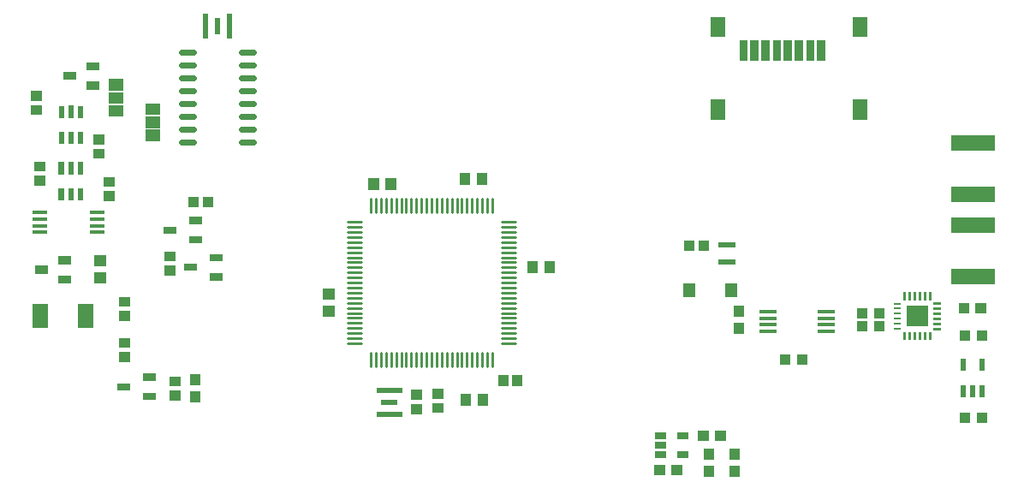
<source format=gbp>
G04 Layer: BottomPasteMaskLayer*
G04 EasyEDA v6.1.34, Wed, 08 May 2019 08:14:30 GMT*
G04 27d5e13cb4324ff6b1947c28adf9976f,88f35c52922c4fbc8d6ac25f651a04fd,10*
G04 Gerber Generator version 0.2*
G04 Scale: 100 percent, Rotated: No, Reflected: No *
G04 Dimensions in millimeters *
G04 leading zeros omitted , absolute positions ,3 integer and 3 decimal *
%FSLAX33Y33*%
%MOMM*%
G90*
G71D02*

%ADD14C,0.599999*%
%ADD29R,1.099820X1.000760*%
%ADD42R,0.999998X1.099998*%
%ADD59C,0.280010*%
%ADD62R,1.600200X2.400300*%
%ADD65R,0.563880X1.211580*%
%ADD68R,1.803400X0.406400*%
%ADD69R,1.799996X0.499999*%
%ADD70R,1.270000X1.470660*%
%ADD74R,1.099820X1.198880*%
%ADD78R,0.789940X0.259080*%
%ADD80R,0.551180X1.198880*%

%LPD*%
G54D14*
G01X25034Y47980D02*
G01X23834Y47980D01*
G01X25034Y46710D02*
G01X23834Y46710D01*
G01X25034Y45440D02*
G01X23834Y45440D01*
G01X25034Y44170D02*
G01X23834Y44170D01*
G01X25034Y42900D02*
G01X23834Y42900D01*
G01X25034Y41630D02*
G01X23834Y41630D01*
G01X25034Y40360D02*
G01X23834Y40360D01*
G01X25034Y39090D02*
G01X23834Y39090D01*
G01X19091Y47980D02*
G01X17891Y47980D01*
G01X19091Y46710D02*
G01X17891Y46710D01*
G01X19091Y45440D02*
G01X17891Y45440D01*
G01X19091Y44170D02*
G01X17891Y44170D01*
G01X19091Y42900D02*
G01X17891Y42900D01*
G01X19091Y41630D02*
G01X17891Y41630D01*
G01X19091Y40360D02*
G01X17891Y40360D01*
G01X19091Y39090D02*
G01X17891Y39090D01*
G54D59*
G01X48641Y33450D02*
G01X48641Y32081D01*
G01X48141Y33450D02*
G01X48141Y32081D01*
G01X47641Y33450D02*
G01X47641Y32081D01*
G01X47141Y33450D02*
G01X47141Y32081D01*
G01X46641Y33450D02*
G01X46641Y32081D01*
G01X46141Y33450D02*
G01X46141Y32081D01*
G01X45641Y33450D02*
G01X45641Y32081D01*
G01X45141Y33450D02*
G01X45141Y32081D01*
G01X44641Y33450D02*
G01X44641Y32081D01*
G01X44140Y33450D02*
G01X44140Y32081D01*
G01X43641Y33450D02*
G01X43641Y32081D01*
G01X43140Y33450D02*
G01X43140Y32081D01*
G01X42641Y33450D02*
G01X42641Y32081D01*
G01X42140Y33450D02*
G01X42140Y32081D01*
G01X41641Y33450D02*
G01X41641Y32081D01*
G01X41140Y33450D02*
G01X41140Y32081D01*
G01X40641Y33450D02*
G01X40641Y32081D01*
G01X40140Y33450D02*
G01X40140Y32081D01*
G01X39641Y33450D02*
G01X39641Y32081D01*
G01X39140Y33450D02*
G01X39140Y32081D01*
G01X38641Y33450D02*
G01X38641Y32081D01*
G01X38140Y33450D02*
G01X38140Y32081D01*
G01X37641Y33450D02*
G01X37641Y32081D01*
G01X37140Y33450D02*
G01X37140Y32081D01*
G01X36641Y33450D02*
G01X36641Y32081D01*
G01X34356Y31166D02*
G01X35726Y31166D01*
G01X34356Y30666D02*
G01X35726Y30666D01*
G01X34356Y30166D02*
G01X35726Y30166D01*
G01X34356Y29666D02*
G01X35726Y29666D01*
G01X34356Y29166D02*
G01X35726Y29166D01*
G01X34356Y28666D02*
G01X35726Y28666D01*
G01X34356Y28166D02*
G01X35726Y28166D01*
G01X34356Y27666D02*
G01X35726Y27666D01*
G01X34356Y27166D02*
G01X35726Y27166D01*
G01X34356Y26666D02*
G01X35726Y26666D01*
G01X34356Y26166D02*
G01X35726Y26166D01*
G01X34356Y25665D02*
G01X35726Y25665D01*
G01X34356Y25166D02*
G01X35726Y25166D01*
G01X34356Y24665D02*
G01X35726Y24665D01*
G01X34356Y24166D02*
G01X35726Y24166D01*
G01X34356Y23665D02*
G01X35726Y23665D01*
G01X34356Y23166D02*
G01X35726Y23166D01*
G01X34356Y22665D02*
G01X35726Y22665D01*
G01X34356Y22166D02*
G01X35726Y22166D01*
G01X34356Y21665D02*
G01X35726Y21665D01*
G01X34356Y21166D02*
G01X35726Y21166D01*
G01X34356Y20665D02*
G01X35726Y20665D01*
G01X34356Y20166D02*
G01X35726Y20166D01*
G01X34356Y19665D02*
G01X35726Y19665D01*
G01X34356Y19166D02*
G01X35726Y19166D01*
G01X36641Y18251D02*
G01X36641Y16881D01*
G01X37140Y18251D02*
G01X37140Y16881D01*
G01X37641Y18251D02*
G01X37641Y16881D01*
G01X38140Y18251D02*
G01X38140Y16881D01*
G01X38641Y18251D02*
G01X38641Y16881D01*
G01X39140Y18251D02*
G01X39140Y16881D01*
G01X39641Y18251D02*
G01X39641Y16881D01*
G01X40140Y18251D02*
G01X40140Y16881D01*
G01X40641Y18251D02*
G01X40641Y16881D01*
G01X41140Y18251D02*
G01X41140Y16881D01*
G01X41641Y18251D02*
G01X41641Y16881D01*
G01X42140Y18251D02*
G01X42140Y16881D01*
G01X42641Y18251D02*
G01X42641Y16881D01*
G01X43140Y18251D02*
G01X43140Y16881D01*
G01X43641Y18251D02*
G01X43641Y16881D01*
G01X44140Y18251D02*
G01X44140Y16881D01*
G01X44641Y18251D02*
G01X44641Y16881D01*
G01X45141Y18251D02*
G01X45141Y16881D01*
G01X45641Y18251D02*
G01X45641Y16881D01*
G01X46141Y18251D02*
G01X46141Y16881D01*
G01X46641Y18251D02*
G01X46641Y16881D01*
G01X47141Y18251D02*
G01X47141Y16881D01*
G01X47641Y18251D02*
G01X47641Y16881D01*
G01X48141Y18251D02*
G01X48141Y16881D01*
G01X48641Y18251D02*
G01X48641Y16881D01*
G01X49555Y19166D02*
G01X50925Y19166D01*
G01X49555Y19665D02*
G01X50925Y19665D01*
G01X49555Y20166D02*
G01X50925Y20166D01*
G01X49555Y20665D02*
G01X50925Y20665D01*
G01X49555Y21166D02*
G01X50925Y21166D01*
G01X49555Y21665D02*
G01X50925Y21665D01*
G01X49555Y22166D02*
G01X50925Y22166D01*
G01X49555Y22665D02*
G01X50925Y22665D01*
G01X49555Y23166D02*
G01X50925Y23166D01*
G01X49555Y23665D02*
G01X50925Y23665D01*
G01X49555Y24166D02*
G01X50925Y24166D01*
G01X49555Y24665D02*
G01X50925Y24665D01*
G01X49555Y25166D02*
G01X50925Y25166D01*
G01X49555Y25665D02*
G01X50925Y25665D01*
G01X49555Y26166D02*
G01X50925Y26166D01*
G01X49555Y26666D02*
G01X50925Y26666D01*
G01X49555Y27166D02*
G01X50925Y27166D01*
G01X49555Y27666D02*
G01X50925Y27666D01*
G01X49555Y28166D02*
G01X50925Y28166D01*
G01X49555Y28666D02*
G01X50925Y28666D01*
G01X49555Y29166D02*
G01X50925Y29166D01*
G01X49555Y29666D02*
G01X50925Y29666D01*
G01X49555Y30166D02*
G01X50925Y30166D01*
G01X49555Y30666D02*
G01X50925Y30666D01*
G01X49555Y31166D02*
G01X50925Y31166D01*
G36*
G01X22910Y49296D02*
G01X22910Y51795D01*
G01X22412Y51795D01*
G01X22412Y49296D01*
G01X22910Y49296D01*
G37*
G36*
G01X21711Y49745D02*
G01X21711Y51346D01*
G01X21214Y51346D01*
G01X21214Y49745D01*
G01X21711Y49745D01*
G37*
G36*
G01X20513Y49296D02*
G01X20513Y51795D01*
G01X20015Y51795D01*
G01X20015Y49296D01*
G01X20513Y49296D01*
G37*
G54D62*
G01X8473Y21842D03*
G01X3972Y21842D03*
G36*
G01X9779Y45044D02*
G01X8509Y45044D01*
G01X8509Y44236D01*
G01X9779Y44236D01*
G01X9779Y45044D01*
G37*
G36*
G01X7493Y46009D02*
G01X6223Y46009D01*
G01X6223Y45201D01*
G01X7493Y45201D01*
G01X7493Y46009D01*
G37*
G36*
G01X9779Y46949D02*
G01X8509Y46949D01*
G01X8509Y46141D01*
G01X9779Y46141D01*
G01X9779Y46949D01*
G37*
G36*
G01X6985Y25867D02*
G01X5715Y25867D01*
G01X5715Y25059D01*
G01X6985Y25059D01*
G01X6985Y25867D01*
G37*
G36*
G01X4699Y26832D02*
G01X3429Y26832D01*
G01X3429Y26024D01*
G01X4699Y26024D01*
G01X4699Y26832D01*
G37*
G36*
G01X6985Y27772D02*
G01X5715Y27772D01*
G01X5715Y26964D01*
G01X6985Y26964D01*
G01X6985Y27772D01*
G37*
G36*
G01X3180Y30314D02*
G01X3180Y29964D01*
G01X4630Y29964D01*
G01X4630Y30314D01*
G01X3180Y30314D01*
G37*
G36*
G01X3180Y30965D02*
G01X3180Y30614D01*
G01X4630Y30614D01*
G01X4630Y30965D01*
G01X3180Y30965D01*
G37*
G36*
G01X3180Y31615D02*
G01X3180Y31264D01*
G01X4630Y31264D01*
G01X4630Y31615D01*
G01X3180Y31615D01*
G37*
G36*
G01X3180Y32265D02*
G01X3180Y31915D01*
G01X4630Y31915D01*
G01X4630Y32265D01*
G01X3180Y32265D01*
G37*
G36*
G01X8831Y32265D02*
G01X8831Y31915D01*
G01X10281Y31915D01*
G01X10281Y32265D01*
G01X8831Y32265D01*
G37*
G36*
G01X8831Y31615D02*
G01X8831Y31264D01*
G01X10281Y31264D01*
G01X10281Y31615D01*
G01X8831Y31615D01*
G37*
G36*
G01X8831Y30965D02*
G01X8831Y30614D01*
G01X10281Y30614D01*
G01X10281Y30965D01*
G01X8831Y30965D01*
G37*
G36*
G01X8831Y30314D02*
G01X8831Y29964D01*
G01X10281Y29964D01*
G01X10281Y30314D01*
G01X8831Y30314D01*
G37*
G36*
G01X5763Y35869D02*
G01X6327Y35869D01*
G01X6327Y37081D01*
G01X5763Y37081D01*
G01X5763Y35869D01*
G37*
G36*
G01X6703Y35869D02*
G01X7266Y35869D01*
G01X7266Y37081D01*
G01X6703Y37081D01*
G01X6703Y35869D01*
G37*
G36*
G01X7642Y35869D02*
G01X8206Y35869D01*
G01X8206Y37081D01*
G01X7642Y37081D01*
G01X7642Y35869D01*
G37*
G36*
G01X7642Y33279D02*
G01X8206Y33279D01*
G01X8206Y34490D01*
G01X7642Y34490D01*
G01X7642Y33279D01*
G37*
G36*
G01X5763Y33279D02*
G01X6327Y33279D01*
G01X6327Y34490D01*
G01X5763Y34490D01*
G01X5763Y33279D01*
G37*
G54D65*
G01X6985Y33884D03*
G36*
G01X10505Y25105D02*
G01X10505Y26205D01*
G01X9306Y26205D01*
G01X9306Y25105D01*
G01X10505Y25105D01*
G37*
G36*
G01X10505Y26804D02*
G01X10505Y27904D01*
G01X9306Y27904D01*
G01X9306Y26804D01*
G01X10505Y26804D01*
G37*
G36*
G01X10243Y35615D02*
G01X10243Y34617D01*
G01X11346Y34617D01*
G01X11346Y35615D01*
G01X10243Y35615D01*
G37*
G36*
G01X10243Y34216D02*
G01X10243Y33218D01*
G01X11346Y33218D01*
G01X11346Y34216D01*
G01X10243Y34216D01*
G37*
G36*
G01X3385Y37139D02*
G01X3385Y36141D01*
G01X4488Y36141D01*
G01X4488Y37139D01*
G01X3385Y37139D01*
G37*
G36*
G01X3385Y35740D02*
G01X3385Y34742D01*
G01X4488Y34742D01*
G01X4488Y35740D01*
G01X3385Y35740D01*
G37*
G01X7924Y39470D03*
G01X6985Y39470D03*
G01X6045Y39470D03*
G01X6045Y42061D03*
G01X7924Y42061D03*
G36*
G01X6703Y41455D02*
G01X7266Y41455D01*
G01X7266Y42666D01*
G01X6703Y42666D01*
G01X6703Y41455D01*
G37*
G36*
G01X3004Y44124D02*
G01X3004Y43126D01*
G01X4107Y43126D01*
G01X4107Y44124D01*
G01X3004Y44124D01*
G37*
G36*
G01X3004Y42725D02*
G01X3004Y41727D01*
G01X4107Y41727D01*
G01X4107Y42725D01*
G01X3004Y42725D01*
G37*
G36*
G01X10330Y37409D02*
G01X10330Y38407D01*
G01X9227Y38407D01*
G01X9227Y37409D01*
G01X10330Y37409D01*
G37*
G36*
G01X10330Y38808D02*
G01X10330Y39806D01*
G01X9227Y39806D01*
G01X9227Y38808D01*
G01X10330Y38808D01*
G37*
G36*
G01X15824Y42887D02*
G01X14401Y42887D01*
G01X14401Y41744D01*
G01X15824Y41744D01*
G01X15824Y42887D01*
G37*
G36*
G01X15824Y41592D02*
G01X14401Y41592D01*
G01X14401Y40449D01*
G01X15824Y40449D01*
G01X15824Y41592D01*
G37*
G36*
G01X15824Y40297D02*
G01X14401Y40297D01*
G01X14401Y39154D01*
G01X15824Y39154D01*
G01X15824Y40297D01*
G37*
G36*
G01X12141Y45300D02*
G01X10718Y45300D01*
G01X10718Y44157D01*
G01X12141Y44157D01*
G01X12141Y45300D01*
G37*
G36*
G01X12141Y44005D02*
G01X10718Y44005D01*
G01X10718Y42862D01*
G01X12141Y42862D01*
G01X12141Y44005D01*
G37*
G36*
G01X12141Y42710D02*
G01X10718Y42710D01*
G01X10718Y41567D01*
G01X12141Y41567D01*
G01X12141Y42710D01*
G37*
G54D68*
G01X81711Y22301D03*
G01X81711Y21640D03*
G01X81711Y21005D03*
G01X81711Y20345D03*
G01X75920Y20345D03*
G01X75920Y21005D03*
G01X75920Y21640D03*
G01X75920Y22301D03*
G54D29*
G01X79322Y17526D03*
G01X77646Y17526D03*
G54D69*
G01X71813Y28865D03*
G01X71814Y27166D03*
G54D70*
G01X72263Y24382D03*
G01X68148Y24382D03*
G36*
G01X72524Y22849D02*
G01X72524Y21750D01*
G01X73525Y21750D01*
G01X73525Y22849D01*
G01X72524Y22849D01*
G37*
G36*
G01X72524Y21173D02*
G01X72524Y20073D01*
G01X73525Y20073D01*
G01X73525Y21173D01*
G01X72524Y21173D01*
G37*
G54D42*
G01X69533Y28829D03*
G01X68134Y28829D03*
G36*
G01X81579Y47101D02*
G01X81579Y49110D01*
G01X80779Y49110D01*
G01X80779Y47101D01*
G01X81579Y47101D01*
G37*
G36*
G01X80487Y47101D02*
G01X80487Y49110D01*
G01X79687Y49110D01*
G01X79687Y47101D01*
G01X80487Y47101D01*
G37*
G36*
G01X79369Y47101D02*
G01X79369Y49110D01*
G01X78569Y49110D01*
G01X78569Y47101D01*
G01X79369Y47101D01*
G37*
G36*
G01X78277Y47101D02*
G01X78277Y49110D01*
G01X77477Y49110D01*
G01X77477Y47101D01*
G01X78277Y47101D01*
G37*
G36*
G01X77185Y47101D02*
G01X77185Y49110D01*
G01X76385Y49110D01*
G01X76385Y47101D01*
G01X77185Y47101D01*
G37*
G36*
G01X76067Y47101D02*
G01X76067Y49110D01*
G01X75267Y49110D01*
G01X75267Y47101D01*
G01X76067Y47101D01*
G37*
G36*
G01X74975Y47101D02*
G01X74975Y49110D01*
G01X74175Y49110D01*
G01X74175Y47101D01*
G01X74975Y47101D01*
G37*
G36*
G01X73883Y47101D02*
G01X73883Y49110D01*
G01X73083Y49110D01*
G01X73083Y47101D01*
G01X73883Y47101D01*
G37*
G36*
G01X84264Y49443D02*
G01X85714Y49443D01*
G01X85714Y51442D01*
G01X84264Y51442D01*
G01X84264Y49443D01*
G37*
G36*
G01X70243Y49443D02*
G01X71694Y49443D01*
G01X71694Y51442D01*
G01X70243Y51442D01*
G01X70243Y49443D01*
G37*
G36*
G01X84264Y41264D02*
G01X85714Y41264D01*
G01X85714Y43263D01*
G01X84264Y43263D01*
G01X84264Y41264D01*
G37*
G36*
G01X70243Y41264D02*
G01X71694Y41264D01*
G01X71694Y43263D01*
G01X70243Y43263D01*
G01X70243Y41264D01*
G37*
G36*
G01X64653Y6103D02*
G01X65752Y6103D01*
G01X65752Y7104D01*
G01X64653Y7104D01*
G01X64653Y6103D01*
G37*
G36*
G01X66329Y6103D02*
G01X67429Y6103D01*
G01X67429Y7104D01*
G01X66329Y7104D01*
G01X66329Y6103D01*
G37*
G36*
G01X64747Y7802D02*
G01X65808Y7802D01*
G01X65808Y8453D01*
G01X64747Y8453D01*
G01X64747Y7802D01*
G37*
G36*
G01X64747Y8752D02*
G01X65808Y8752D01*
G01X65808Y9403D01*
G01X64747Y9403D01*
G01X64747Y8752D01*
G37*
G36*
G01X64747Y9702D02*
G01X65808Y9702D01*
G01X65808Y10353D01*
G01X64747Y10353D01*
G01X64747Y9702D01*
G37*
G36*
G01X66946Y9702D02*
G01X68008Y9702D01*
G01X68008Y10353D01*
G01X66946Y10353D01*
G01X66946Y9702D01*
G37*
G36*
G01X66946Y7802D02*
G01X68008Y7802D01*
G01X68008Y8453D01*
G01X66946Y8453D01*
G01X66946Y7802D01*
G37*
G36*
G01X68971Y9532D02*
G01X70070Y9532D01*
G01X70070Y10533D01*
G01X68971Y10533D01*
G01X68971Y9532D01*
G37*
G36*
G01X70647Y9532D02*
G01X71747Y9532D01*
G01X71747Y10533D01*
G01X70647Y10533D01*
G01X70647Y9532D01*
G37*
G36*
G01X69603Y8752D02*
G01X69603Y7653D01*
G01X70604Y7653D01*
G01X70604Y8752D01*
G01X69603Y8752D01*
G37*
G36*
G01X69603Y7076D02*
G01X69603Y5976D01*
G01X70604Y5976D01*
G01X70604Y7076D01*
G01X69603Y7076D01*
G37*
G36*
G01X72143Y8752D02*
G01X72143Y7653D01*
G01X73144Y7653D01*
G01X73144Y8752D01*
G01X72143Y8752D01*
G37*
G36*
G01X72143Y7076D02*
G01X72143Y5976D01*
G01X73144Y5976D01*
G01X73144Y7076D01*
G01X72143Y7076D01*
G37*
G54D74*
G01X47623Y35433D03*
G01X45924Y35433D03*
G01X47750Y13589D03*
G01X46051Y13589D03*
G01X54354Y26670D03*
G01X52655Y26670D03*
G36*
G01X33111Y21803D02*
G01X33111Y22903D01*
G01X31912Y22903D01*
G01X31912Y21803D01*
G01X33111Y21803D01*
G37*
G36*
G01X33111Y23502D02*
G01X33111Y24602D01*
G01X31912Y24602D01*
G01X31912Y23502D01*
G01X33111Y23502D01*
G37*
G36*
G01X36408Y34325D02*
G01X37508Y34325D01*
G01X37508Y35524D01*
G01X36408Y35524D01*
G01X36408Y34325D01*
G37*
G36*
G01X38107Y34325D02*
G01X39207Y34325D01*
G01X39207Y35524D01*
G01X38107Y35524D01*
G01X38107Y34325D01*
G37*
G36*
G01X41699Y12174D02*
G01X41699Y13172D01*
G01X40596Y13172D01*
G01X40596Y12174D01*
G01X41699Y12174D01*
G37*
G36*
G01X41699Y13573D02*
G01X41699Y14571D01*
G01X40596Y14571D01*
G01X40596Y13573D01*
G01X41699Y13573D01*
G37*
G36*
G01X49220Y14942D02*
G01X50218Y14942D01*
G01X50218Y16045D01*
G01X49220Y16045D01*
G01X49220Y14942D01*
G37*
G36*
G01X50619Y14942D02*
G01X51617Y14942D01*
G01X51617Y16045D01*
G01X50619Y16045D01*
G01X50619Y14942D01*
G37*
G36*
G01X43858Y12263D02*
G01X43858Y13261D01*
G01X42755Y13261D01*
G01X42755Y12263D01*
G01X43858Y12263D01*
G37*
G36*
G01X43858Y13662D02*
G01X43858Y14660D01*
G01X42755Y14660D01*
G01X42755Y13662D01*
G01X43858Y13662D01*
G37*
G36*
G01X39730Y14782D02*
G01X37231Y14782D01*
G01X37231Y14284D01*
G01X39730Y14284D01*
G01X39730Y14782D01*
G37*
G36*
G01X39281Y13583D02*
G01X37680Y13583D01*
G01X37680Y13086D01*
G01X39281Y13086D01*
G01X39281Y13583D01*
G37*
G36*
G01X39730Y12385D02*
G01X37231Y12385D01*
G01X37231Y11887D01*
G01X39730Y11887D01*
G01X39730Y12385D01*
G37*
G36*
G01X91793Y20256D02*
G01X91793Y19466D01*
G01X92052Y19466D01*
G01X92052Y20256D01*
G01X91793Y20256D01*
G37*
G36*
G01X91310Y20256D02*
G01X91310Y19466D01*
G01X91569Y19466D01*
G01X91569Y20256D01*
G01X91310Y20256D01*
G37*
G36*
G01X90802Y20256D02*
G01X90802Y19466D01*
G01X91061Y19466D01*
G01X91061Y20256D01*
G01X90802Y20256D01*
G37*
G36*
G01X90294Y20256D02*
G01X90294Y19466D01*
G01X90553Y19466D01*
G01X90553Y20256D01*
G01X90294Y20256D01*
G37*
G36*
G01X89786Y20256D02*
G01X89786Y19466D01*
G01X90045Y19466D01*
G01X90045Y20256D01*
G01X89786Y20256D01*
G37*
G36*
G01X89303Y20256D02*
G01X89303Y19466D01*
G01X89562Y19466D01*
G01X89562Y20256D01*
G01X89303Y20256D01*
G37*
G54D78*
G01X88695Y20599D03*
G01X88695Y21082D03*
G01X88695Y21590D03*
G01X88695Y22098D03*
G01X88695Y22606D03*
G01X88695Y23088D03*
G36*
G01X89562Y23428D02*
G01X89562Y24218D01*
G01X89303Y24218D01*
G01X89303Y23428D01*
G01X89562Y23428D01*
G37*
G36*
G01X90045Y23428D02*
G01X90045Y24218D01*
G01X89786Y24218D01*
G01X89786Y23428D01*
G01X90045Y23428D01*
G37*
G36*
G01X90553Y23428D02*
G01X90553Y24218D01*
G01X90294Y24218D01*
G01X90294Y23428D01*
G01X90553Y23428D01*
G37*
G36*
G01X91061Y23428D02*
G01X91061Y24218D01*
G01X90802Y24218D01*
G01X90802Y23428D01*
G01X91061Y23428D01*
G37*
G36*
G01X91569Y23428D02*
G01X91569Y24218D01*
G01X91310Y24218D01*
G01X91310Y23428D01*
G01X91569Y23428D01*
G37*
G36*
G01X92052Y23428D02*
G01X92052Y24218D01*
G01X91793Y24218D01*
G01X91793Y23428D01*
G01X92052Y23428D01*
G37*
G36*
G01X92262Y22959D02*
G01X93052Y22959D01*
G01X93052Y23218D01*
G01X92262Y23218D01*
G01X92262Y22959D01*
G37*
G36*
G01X92262Y22476D02*
G01X93052Y22476D01*
G01X93052Y22735D01*
G01X92262Y22735D01*
G01X92262Y22476D01*
G37*
G36*
G01X92262Y21968D02*
G01X93052Y21968D01*
G01X93052Y22227D01*
G01X92262Y22227D01*
G01X92262Y21968D01*
G37*
G36*
G01X92262Y21460D02*
G01X93052Y21460D01*
G01X93052Y21719D01*
G01X92262Y21719D01*
G01X92262Y21460D01*
G37*
G36*
G01X92262Y20952D02*
G01X93052Y20952D01*
G01X93052Y21211D01*
G01X92262Y21211D01*
G01X92262Y20952D01*
G37*
G36*
G01X92262Y20469D02*
G01X93052Y20469D01*
G01X93052Y20728D01*
G01X92262Y20728D01*
G01X92262Y20469D01*
G37*
G36*
G01X91752Y20817D02*
G01X91752Y22867D01*
G01X89603Y22867D01*
G01X89603Y20817D01*
G01X91752Y20817D01*
G37*
G54D29*
G01X86942Y22098D03*
G01X85266Y22098D03*
G36*
G01X94752Y22105D02*
G01X95851Y22105D01*
G01X95851Y23106D01*
G01X94752Y23106D01*
G01X94752Y22105D01*
G37*
G36*
G01X96428Y22105D02*
G01X97528Y22105D01*
G01X97528Y23106D01*
G01X96428Y23106D01*
G01X96428Y22105D01*
G37*
G01X86942Y20828D03*
G01X85266Y20828D03*
G54D80*
G01X97077Y14452D03*
G01X96137Y14452D03*
G01X95197Y14452D03*
G01X95197Y17043D03*
G01X97077Y17043D03*
G54D29*
G01X97102Y11811D03*
G01X95426Y11811D03*
G01X97102Y19939D03*
G01X95426Y19939D03*
G36*
G01X11767Y19702D02*
G01X11767Y18704D01*
G01X12870Y18704D01*
G01X12870Y19702D01*
G01X11767Y19702D01*
G37*
G36*
G01X11767Y18303D02*
G01X11767Y17305D01*
G01X12870Y17305D01*
G01X12870Y18303D01*
G01X11767Y18303D01*
G37*
G36*
G01X11767Y23766D02*
G01X11767Y22768D01*
G01X12870Y22768D01*
G01X12870Y23766D01*
G01X11767Y23766D01*
G37*
G36*
G01X11767Y22367D02*
G01X11767Y21369D01*
G01X12870Y21369D01*
G01X12870Y22367D01*
G01X11767Y22367D01*
G37*
G36*
G01X12837Y14508D02*
G01X12837Y15209D01*
G01X11587Y15209D01*
G01X11587Y14508D01*
G01X12837Y14508D01*
G37*
G36*
G01X15336Y13558D02*
G01X15336Y14259D01*
G01X14086Y14259D01*
G01X14086Y13558D01*
G01X15336Y13558D01*
G37*
G36*
G01X15336Y15458D02*
G01X15336Y16159D01*
G01X14086Y16159D01*
G01X14086Y15458D01*
G01X15336Y15458D01*
G37*
G36*
G01X16720Y15892D02*
G01X16720Y14894D01*
G01X17823Y14894D01*
G01X17823Y15892D01*
G01X16720Y15892D01*
G37*
G36*
G01X16720Y14493D02*
G01X16720Y13495D01*
G01X17823Y13495D01*
G01X17823Y14493D01*
G01X16720Y14493D01*
G37*
G36*
G01X18803Y16118D02*
G01X18803Y15019D01*
G01X19804Y15019D01*
G01X19804Y16118D01*
G01X18803Y16118D01*
G37*
G36*
G01X18803Y14442D02*
G01X18803Y13342D01*
G01X19804Y13342D01*
G01X19804Y14442D01*
G01X18803Y14442D01*
G37*
G54D42*
G01X20511Y33147D03*
G01X19112Y33147D03*
G36*
G01X19441Y26319D02*
G01X19441Y27020D01*
G01X18191Y27020D01*
G01X18191Y26319D01*
G01X19441Y26319D01*
G37*
G36*
G01X21940Y25369D02*
G01X21940Y26070D01*
G01X20690Y26070D01*
G01X20690Y25369D01*
G01X21940Y25369D01*
G37*
G36*
G01X21940Y27269D02*
G01X21940Y27970D01*
G01X20690Y27970D01*
G01X20690Y27269D01*
G01X21940Y27269D01*
G37*
G36*
G01X17409Y30002D02*
G01X17409Y30703D01*
G01X16159Y30703D01*
G01X16159Y30002D01*
G01X17409Y30002D01*
G37*
G36*
G01X19908Y29052D02*
G01X19908Y29753D01*
G01X18658Y29753D01*
G01X18658Y29052D01*
G01X19908Y29052D01*
G37*
G36*
G01X19908Y30952D02*
G01X19908Y31653D01*
G01X18658Y31653D01*
G01X18658Y30952D01*
G01X19908Y30952D01*
G37*
G36*
G01X17315Y25852D02*
G01X17315Y26850D01*
G01X16212Y26850D01*
G01X16212Y25852D01*
G01X17315Y25852D01*
G37*
G36*
G01X17315Y27251D02*
G01X17315Y28249D01*
G01X16212Y28249D01*
G01X16212Y27251D01*
G01X17315Y27251D01*
G37*
G36*
G01X98358Y30099D02*
G01X94040Y30099D01*
G01X94040Y31623D01*
G01X98358Y31623D01*
G01X98358Y30099D01*
G37*
G36*
G01X98358Y25019D02*
G01X94040Y25019D01*
G01X94040Y26543D01*
G01X98358Y26543D01*
G01X98358Y25019D01*
G37*
G36*
G01X98358Y38227D02*
G01X94040Y38227D01*
G01X94040Y39751D01*
G01X98358Y39751D01*
G01X98358Y38227D01*
G37*
G36*
G01X98358Y33147D02*
G01X94040Y33147D01*
G01X94040Y34671D01*
G01X98358Y34671D01*
G01X98358Y33147D01*
G37*
M00*
M02*

</source>
